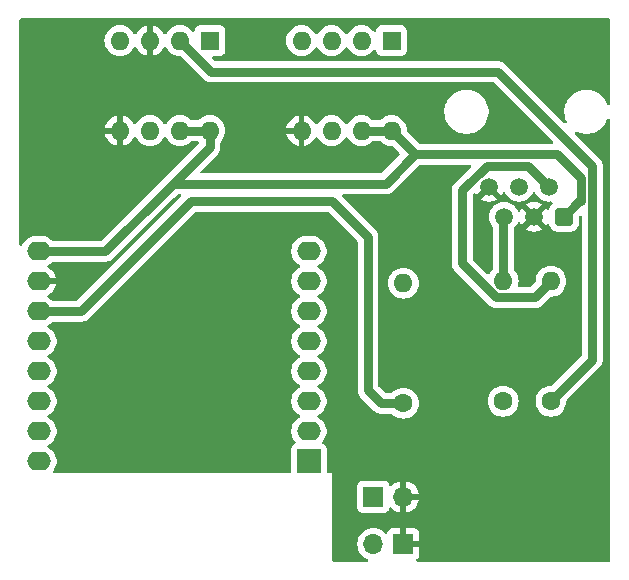
<source format=gbl>
G04 #@! TF.GenerationSoftware,KiCad,Pcbnew,8.0.5*
G04 #@! TF.CreationDate,2025-01-26T23:12:08+01:00*
G04 #@! TF.ProjectId,P1_Extender,50315f45-7874-4656-9e64-65722e6b6963,rev?*
G04 #@! TF.SameCoordinates,Original*
G04 #@! TF.FileFunction,Copper,L2,Bot*
G04 #@! TF.FilePolarity,Positive*
%FSLAX46Y46*%
G04 Gerber Fmt 4.6, Leading zero omitted, Abs format (unit mm)*
G04 Created by KiCad (PCBNEW 8.0.5) date 2025-01-26 23:12:08*
%MOMM*%
%LPD*%
G01*
G04 APERTURE LIST*
G04 Aperture macros list*
%AMRoundRect*
0 Rectangle with rounded corners*
0 $1 Rounding radius*
0 $2 $3 $4 $5 $6 $7 $8 $9 X,Y pos of 4 corners*
0 Add a 4 corners polygon primitive as box body*
4,1,4,$2,$3,$4,$5,$6,$7,$8,$9,$2,$3,0*
0 Add four circle primitives for the rounded corners*
1,1,$1+$1,$2,$3*
1,1,$1+$1,$4,$5*
1,1,$1+$1,$6,$7*
1,1,$1+$1,$8,$9*
0 Add four rect primitives between the rounded corners*
20,1,$1+$1,$2,$3,$4,$5,0*
20,1,$1+$1,$4,$5,$6,$7,0*
20,1,$1+$1,$6,$7,$8,$9,0*
20,1,$1+$1,$8,$9,$2,$3,0*%
G04 Aperture macros list end*
G04 #@! TA.AperFunction,ComponentPad*
%ADD10C,1.600000*%
G04 #@! TD*
G04 #@! TA.AperFunction,ComponentPad*
%ADD11O,1.600000X1.600000*%
G04 #@! TD*
G04 #@! TA.AperFunction,ComponentPad*
%ADD12R,1.600000X1.600000*%
G04 #@! TD*
G04 #@! TA.AperFunction,ComponentPad*
%ADD13R,1.700000X1.700000*%
G04 #@! TD*
G04 #@! TA.AperFunction,ComponentPad*
%ADD14O,1.700000X1.700000*%
G04 #@! TD*
G04 #@! TA.AperFunction,ComponentPad*
%ADD15R,2.000000X2.000000*%
G04 #@! TD*
G04 #@! TA.AperFunction,ComponentPad*
%ADD16O,2.000000X1.600000*%
G04 #@! TD*
G04 #@! TA.AperFunction,ComponentPad*
%ADD17RoundRect,0.250000X0.510000X0.510000X-0.510000X0.510000X-0.510000X-0.510000X0.510000X-0.510000X0*%
G04 #@! TD*
G04 #@! TA.AperFunction,ComponentPad*
%ADD18C,1.520000*%
G04 #@! TD*
G04 #@! TA.AperFunction,Conductor*
%ADD19C,0.762000*%
G04 #@! TD*
G04 APERTURE END LIST*
D10*
X147000000Y-105080000D03*
D11*
X147000000Y-94920000D03*
D10*
X159500000Y-104910000D03*
D11*
X159500000Y-94750000D03*
D12*
X146000000Y-74380000D03*
D11*
X143460000Y-74380000D03*
X140920000Y-74380000D03*
X138380000Y-74380000D03*
X138380000Y-82000000D03*
X140920000Y-82000000D03*
X143460000Y-82000000D03*
X146000000Y-82000000D03*
D13*
X144460000Y-113000000D03*
D14*
X147000000Y-113000000D03*
D10*
X155450000Y-104910000D03*
D11*
X155450000Y-94750000D03*
D15*
X139000000Y-110000000D03*
D16*
X139000000Y-107460000D03*
X139000000Y-104920000D03*
X139000000Y-102380000D03*
X139000000Y-99840000D03*
X139000000Y-97300000D03*
X139000000Y-94760000D03*
X139000000Y-92220000D03*
X116140000Y-92220000D03*
X116140000Y-94760000D03*
X116140000Y-97300000D03*
X116140000Y-99840000D03*
X116140000Y-102380000D03*
X116140000Y-104920000D03*
X116140000Y-107460000D03*
X116140000Y-110000000D03*
D12*
X130620000Y-74380000D03*
D11*
X128080000Y-74380000D03*
X125540000Y-74380000D03*
X123000000Y-74380000D03*
X123000000Y-82000000D03*
X125540000Y-82000000D03*
X128080000Y-82000000D03*
X130620000Y-82000000D03*
D17*
X160600000Y-89290000D03*
D18*
X159330000Y-86750000D03*
X158060000Y-89290000D03*
X156790000Y-86750000D03*
X155520000Y-89290000D03*
X154250000Y-86750000D03*
D13*
X147000000Y-117000000D03*
D14*
X144460000Y-117000000D03*
D19*
X152000000Y-93253029D02*
X152000000Y-87065539D01*
X159500000Y-94750000D02*
X158119000Y-96131000D01*
X154065539Y-85000000D02*
X157580000Y-85000000D01*
X154877971Y-96131000D02*
X152000000Y-93253029D01*
X158119000Y-96131000D02*
X154877971Y-96131000D01*
X152000000Y-87065539D02*
X154065539Y-85000000D01*
X157580000Y-85000000D02*
X159330000Y-86750000D01*
X155450000Y-94750000D02*
X155450000Y-89360000D01*
X155450000Y-89360000D02*
X155520000Y-89290000D01*
X143460000Y-82000000D02*
X146000000Y-82000000D01*
X130620000Y-83380000D02*
X130620000Y-82000000D01*
X146000000Y-82000000D02*
X148000000Y-84000000D01*
X116140000Y-92220000D02*
X121780000Y-92220000D01*
X130620000Y-82000000D02*
X128080000Y-82000000D01*
X145500000Y-86500000D02*
X148000000Y-84000000D01*
X162000000Y-86000000D02*
X162000000Y-88000000D01*
X148000000Y-84000000D02*
X160000000Y-84000000D01*
X121780000Y-92220000D02*
X127000000Y-87000000D01*
X162000000Y-88000000D02*
X161890000Y-88000000D01*
X127500000Y-86500000D02*
X145500000Y-86500000D01*
X127000000Y-87000000D02*
X127500000Y-86500000D01*
X161890000Y-88000000D02*
X160600000Y-89290000D01*
X127000000Y-87000000D02*
X130620000Y-83380000D01*
X160000000Y-84000000D02*
X162000000Y-86000000D01*
X119700000Y-97300000D02*
X129000000Y-88000000D01*
X129000000Y-88000000D02*
X141000000Y-88000000D01*
X145080000Y-105080000D02*
X147000000Y-105080000D01*
X144000000Y-104000000D02*
X145080000Y-105080000D01*
X116140000Y-97300000D02*
X119700000Y-97300000D01*
X141000000Y-88000000D02*
X144000000Y-91000000D01*
X144000000Y-91000000D02*
X144000000Y-104000000D01*
X163000000Y-85000000D02*
X163000000Y-101410000D01*
X155000000Y-77000000D02*
X163000000Y-85000000D01*
X130700000Y-77000000D02*
X155000000Y-77000000D01*
X128080000Y-74380000D02*
X130700000Y-77000000D01*
X163000000Y-101410000D02*
X159500000Y-104910000D01*
G04 #@! TA.AperFunction,Conductor*
G36*
X164438773Y-80990446D02*
G01*
X164486384Y-81041583D01*
X164499500Y-81097088D01*
X164499500Y-118375500D01*
X164479815Y-118442539D01*
X164427011Y-118488294D01*
X164375500Y-118499500D01*
X148189269Y-118499500D01*
X148122230Y-118479815D01*
X148076475Y-118427011D01*
X148066531Y-118357853D01*
X148095556Y-118294297D01*
X148114958Y-118276234D01*
X148207187Y-118207190D01*
X148207190Y-118207187D01*
X148293350Y-118092093D01*
X148293354Y-118092086D01*
X148343596Y-117957379D01*
X148343598Y-117957372D01*
X148349999Y-117897844D01*
X148350000Y-117897827D01*
X148350000Y-117250000D01*
X147433012Y-117250000D01*
X147465925Y-117192993D01*
X147500000Y-117065826D01*
X147500000Y-116934174D01*
X147465925Y-116807007D01*
X147433012Y-116750000D01*
X148350000Y-116750000D01*
X148350000Y-116102172D01*
X148349999Y-116102155D01*
X148343598Y-116042627D01*
X148343596Y-116042620D01*
X148293354Y-115907913D01*
X148293350Y-115907906D01*
X148207190Y-115792812D01*
X148207187Y-115792809D01*
X148092093Y-115706649D01*
X148092086Y-115706645D01*
X147957379Y-115656403D01*
X147957372Y-115656401D01*
X147897844Y-115650000D01*
X147250000Y-115650000D01*
X147250000Y-116566988D01*
X147192993Y-116534075D01*
X147065826Y-116500000D01*
X146934174Y-116500000D01*
X146807007Y-116534075D01*
X146750000Y-116566988D01*
X146750000Y-115650000D01*
X146102155Y-115650000D01*
X146042627Y-115656401D01*
X146042620Y-115656403D01*
X145907913Y-115706645D01*
X145907906Y-115706649D01*
X145792812Y-115792809D01*
X145792809Y-115792812D01*
X145706649Y-115907906D01*
X145706645Y-115907913D01*
X145657578Y-116039470D01*
X145615707Y-116095404D01*
X145550242Y-116119821D01*
X145481969Y-116104969D01*
X145453715Y-116083819D01*
X145409366Y-116039470D01*
X145331401Y-115961505D01*
X145331397Y-115961502D01*
X145331396Y-115961501D01*
X145137834Y-115825967D01*
X145137830Y-115825965D01*
X145066727Y-115792809D01*
X144923663Y-115726097D01*
X144923659Y-115726096D01*
X144923655Y-115726094D01*
X144695413Y-115664938D01*
X144695403Y-115664936D01*
X144460001Y-115644341D01*
X144459999Y-115644341D01*
X144224596Y-115664936D01*
X144224586Y-115664938D01*
X143996344Y-115726094D01*
X143996335Y-115726098D01*
X143782171Y-115825964D01*
X143782169Y-115825965D01*
X143588597Y-115961505D01*
X143421505Y-116128597D01*
X143285965Y-116322169D01*
X143285964Y-116322171D01*
X143186098Y-116536335D01*
X143186094Y-116536344D01*
X143124938Y-116764586D01*
X143124936Y-116764596D01*
X143104341Y-116999999D01*
X143104341Y-117000000D01*
X143124936Y-117235403D01*
X143124938Y-117235413D01*
X143186094Y-117463655D01*
X143186096Y-117463659D01*
X143186097Y-117463663D01*
X143285965Y-117677830D01*
X143285967Y-117677834D01*
X143394281Y-117832521D01*
X143421505Y-117871401D01*
X143588599Y-118038495D01*
X143665135Y-118092086D01*
X143782165Y-118174032D01*
X143782167Y-118174033D01*
X143782170Y-118174035D01*
X143973209Y-118263118D01*
X144025648Y-118309290D01*
X144044800Y-118376484D01*
X144024584Y-118443365D01*
X143971419Y-118488700D01*
X143920804Y-118499500D01*
X141124000Y-118499500D01*
X141056961Y-118479815D01*
X141011206Y-118427011D01*
X141000000Y-118375500D01*
X141000000Y-112102135D01*
X143109500Y-112102135D01*
X143109500Y-113897870D01*
X143109501Y-113897876D01*
X143115908Y-113957483D01*
X143166202Y-114092328D01*
X143166206Y-114092335D01*
X143252452Y-114207544D01*
X143252455Y-114207547D01*
X143367664Y-114293793D01*
X143367671Y-114293797D01*
X143502517Y-114344091D01*
X143502516Y-114344091D01*
X143509444Y-114344835D01*
X143562127Y-114350500D01*
X145357872Y-114350499D01*
X145417483Y-114344091D01*
X145552331Y-114293796D01*
X145667546Y-114207546D01*
X145753796Y-114092331D01*
X145803002Y-113960401D01*
X145844872Y-113904468D01*
X145910337Y-113880050D01*
X145978610Y-113894901D01*
X146006865Y-113916053D01*
X146128917Y-114038105D01*
X146322421Y-114173600D01*
X146536507Y-114273429D01*
X146536516Y-114273433D01*
X146750000Y-114330634D01*
X146750000Y-113433012D01*
X146807007Y-113465925D01*
X146934174Y-113500000D01*
X147065826Y-113500000D01*
X147192993Y-113465925D01*
X147250000Y-113433012D01*
X147250000Y-114330633D01*
X147463483Y-114273433D01*
X147463492Y-114273429D01*
X147677578Y-114173600D01*
X147871082Y-114038105D01*
X148038105Y-113871082D01*
X148173600Y-113677578D01*
X148273429Y-113463492D01*
X148273432Y-113463486D01*
X148330636Y-113250000D01*
X147433012Y-113250000D01*
X147465925Y-113192993D01*
X147500000Y-113065826D01*
X147500000Y-112934174D01*
X147465925Y-112807007D01*
X147433012Y-112750000D01*
X148330636Y-112750000D01*
X148330635Y-112749999D01*
X148273432Y-112536513D01*
X148273429Y-112536507D01*
X148173600Y-112322422D01*
X148173599Y-112322420D01*
X148038113Y-112128926D01*
X148038108Y-112128920D01*
X147871082Y-111961894D01*
X147677578Y-111826399D01*
X147463492Y-111726570D01*
X147463486Y-111726567D01*
X147250000Y-111669364D01*
X147250000Y-112566988D01*
X147192993Y-112534075D01*
X147065826Y-112500000D01*
X146934174Y-112500000D01*
X146807007Y-112534075D01*
X146750000Y-112566988D01*
X146750000Y-111669364D01*
X146749999Y-111669364D01*
X146536513Y-111726567D01*
X146536507Y-111726570D01*
X146322422Y-111826399D01*
X146322420Y-111826400D01*
X146128926Y-111961886D01*
X146006865Y-112083947D01*
X145945542Y-112117431D01*
X145875850Y-112112447D01*
X145819917Y-112070575D01*
X145803002Y-112039598D01*
X145753797Y-111907671D01*
X145753793Y-111907664D01*
X145667547Y-111792455D01*
X145667544Y-111792452D01*
X145552335Y-111706206D01*
X145552328Y-111706202D01*
X145417482Y-111655908D01*
X145417483Y-111655908D01*
X145357883Y-111649501D01*
X145357881Y-111649500D01*
X145357873Y-111649500D01*
X145357864Y-111649500D01*
X143562129Y-111649500D01*
X143562123Y-111649501D01*
X143502516Y-111655908D01*
X143367671Y-111706202D01*
X143367664Y-111706206D01*
X143252455Y-111792452D01*
X143252452Y-111792455D01*
X143166206Y-111907664D01*
X143166202Y-111907671D01*
X143115908Y-112042517D01*
X143109501Y-112102116D01*
X143109500Y-112102135D01*
X141000000Y-112102135D01*
X141000000Y-111000000D01*
X140624500Y-111000000D01*
X140557461Y-110980315D01*
X140511706Y-110927511D01*
X140500500Y-110876000D01*
X140500499Y-108952129D01*
X140500498Y-108952123D01*
X140500497Y-108952116D01*
X140494091Y-108892517D01*
X140492299Y-108887713D01*
X140443797Y-108757671D01*
X140443793Y-108757664D01*
X140357547Y-108642455D01*
X140357544Y-108642452D01*
X140242335Y-108556206D01*
X140242330Y-108556203D01*
X140205083Y-108542311D01*
X140149150Y-108500439D01*
X140124733Y-108434975D01*
X140139585Y-108366702D01*
X140160731Y-108338453D01*
X140191966Y-108307219D01*
X140312287Y-108141610D01*
X140405220Y-107959219D01*
X140468477Y-107764534D01*
X140500500Y-107562352D01*
X140500500Y-107357648D01*
X140468477Y-107155466D01*
X140405220Y-106960781D01*
X140405218Y-106960778D01*
X140405218Y-106960776D01*
X140371503Y-106894607D01*
X140312287Y-106778390D01*
X140304556Y-106767749D01*
X140191971Y-106612786D01*
X140047213Y-106468028D01*
X139881614Y-106347715D01*
X139875006Y-106344348D01*
X139788917Y-106300483D01*
X139738123Y-106252511D01*
X139721328Y-106184690D01*
X139743865Y-106118555D01*
X139788917Y-106079516D01*
X139881610Y-106032287D01*
X139929052Y-105997819D01*
X140047213Y-105911971D01*
X140047215Y-105911968D01*
X140047219Y-105911966D01*
X140191966Y-105767219D01*
X140191968Y-105767215D01*
X140191971Y-105767213D01*
X140282998Y-105641923D01*
X140312287Y-105601610D01*
X140405220Y-105419219D01*
X140468477Y-105224534D01*
X140500500Y-105022352D01*
X140500500Y-104817648D01*
X140468477Y-104615466D01*
X140405220Y-104420781D01*
X140405218Y-104420778D01*
X140405218Y-104420776D01*
X140321905Y-104257267D01*
X140312287Y-104238390D01*
X140304556Y-104227749D01*
X140191971Y-104072786D01*
X140047213Y-103928028D01*
X139881614Y-103807715D01*
X139826105Y-103779432D01*
X139788917Y-103760483D01*
X139738123Y-103712511D01*
X139721328Y-103644690D01*
X139743865Y-103578555D01*
X139788917Y-103539516D01*
X139881610Y-103492287D01*
X139902770Y-103476913D01*
X140047213Y-103371971D01*
X140047215Y-103371968D01*
X140047219Y-103371966D01*
X140191966Y-103227219D01*
X140191968Y-103227215D01*
X140191971Y-103227213D01*
X140244732Y-103154590D01*
X140312287Y-103061610D01*
X140405220Y-102879219D01*
X140468477Y-102684534D01*
X140500500Y-102482352D01*
X140500500Y-102277648D01*
X140468477Y-102075466D01*
X140405220Y-101880781D01*
X140405218Y-101880778D01*
X140405218Y-101880776D01*
X140371503Y-101814607D01*
X140312287Y-101698390D01*
X140289567Y-101667118D01*
X140191971Y-101532786D01*
X140047213Y-101388028D01*
X139881614Y-101267715D01*
X139875006Y-101264348D01*
X139788917Y-101220483D01*
X139738123Y-101172511D01*
X139721328Y-101104690D01*
X139743865Y-101038555D01*
X139788917Y-100999516D01*
X139881610Y-100952287D01*
X139902770Y-100936913D01*
X140047213Y-100831971D01*
X140047215Y-100831968D01*
X140047219Y-100831966D01*
X140191966Y-100687219D01*
X140191968Y-100687215D01*
X140191971Y-100687213D01*
X140244732Y-100614590D01*
X140312287Y-100521610D01*
X140405220Y-100339219D01*
X140468477Y-100144534D01*
X140500500Y-99942352D01*
X140500500Y-99737648D01*
X140468477Y-99535466D01*
X140405220Y-99340781D01*
X140405218Y-99340778D01*
X140405218Y-99340776D01*
X140371503Y-99274607D01*
X140312287Y-99158390D01*
X140304556Y-99147749D01*
X140191971Y-98992786D01*
X140047213Y-98848028D01*
X139881614Y-98727715D01*
X139875006Y-98724348D01*
X139788917Y-98680483D01*
X139738123Y-98632511D01*
X139721328Y-98564690D01*
X139743865Y-98498555D01*
X139788917Y-98459516D01*
X139881610Y-98412287D01*
X139902770Y-98396913D01*
X140047213Y-98291971D01*
X140047215Y-98291968D01*
X140047219Y-98291966D01*
X140191966Y-98147219D01*
X140191968Y-98147215D01*
X140191971Y-98147213D01*
X140244732Y-98074590D01*
X140312287Y-97981610D01*
X140405220Y-97799219D01*
X140468477Y-97604534D01*
X140500500Y-97402352D01*
X140500500Y-97197648D01*
X140468477Y-96995466D01*
X140463005Y-96978626D01*
X140427051Y-96867969D01*
X140405220Y-96800781D01*
X140405218Y-96800778D01*
X140405218Y-96800776D01*
X140371503Y-96734607D01*
X140312287Y-96618390D01*
X140304556Y-96607749D01*
X140191971Y-96452786D01*
X140047213Y-96308028D01*
X139881614Y-96187715D01*
X139875006Y-96184348D01*
X139788917Y-96140483D01*
X139738123Y-96092511D01*
X139721328Y-96024690D01*
X139743865Y-95958555D01*
X139788917Y-95919516D01*
X139881610Y-95872287D01*
X139902770Y-95856913D01*
X140047213Y-95751971D01*
X140047215Y-95751968D01*
X140047219Y-95751966D01*
X140191966Y-95607219D01*
X140191968Y-95607215D01*
X140191971Y-95607213D01*
X140244732Y-95534590D01*
X140312287Y-95441610D01*
X140405220Y-95259219D01*
X140468477Y-95064534D01*
X140500500Y-94862352D01*
X140500500Y-94657648D01*
X140478889Y-94521206D01*
X140468477Y-94455465D01*
X140419104Y-94303511D01*
X140405220Y-94260781D01*
X140405218Y-94260778D01*
X140405218Y-94260776D01*
X140346286Y-94145117D01*
X140312287Y-94078390D01*
X140304556Y-94067749D01*
X140191971Y-93912786D01*
X140047213Y-93768028D01*
X139881614Y-93647715D01*
X139826105Y-93619432D01*
X139788917Y-93600483D01*
X139738123Y-93552511D01*
X139721328Y-93484690D01*
X139743865Y-93418555D01*
X139788917Y-93379516D01*
X139881610Y-93332287D01*
X139902770Y-93316913D01*
X140047213Y-93211971D01*
X140047215Y-93211968D01*
X140047219Y-93211966D01*
X140191966Y-93067219D01*
X140191968Y-93067215D01*
X140191971Y-93067213D01*
X140295861Y-92924218D01*
X140312287Y-92901610D01*
X140405220Y-92719219D01*
X140468477Y-92524534D01*
X140500500Y-92322352D01*
X140500500Y-92117648D01*
X140468477Y-91915466D01*
X140405220Y-91720781D01*
X140405218Y-91720778D01*
X140405218Y-91720776D01*
X140371503Y-91654607D01*
X140312287Y-91538390D01*
X140304556Y-91527749D01*
X140191971Y-91372786D01*
X140047213Y-91228028D01*
X139881613Y-91107715D01*
X139881612Y-91107714D01*
X139881610Y-91107713D01*
X139824653Y-91078691D01*
X139699223Y-91014781D01*
X139504534Y-90951522D01*
X139329995Y-90923878D01*
X139302352Y-90919500D01*
X138697648Y-90919500D01*
X138673329Y-90923351D01*
X138495465Y-90951522D01*
X138300776Y-91014781D01*
X138118386Y-91107715D01*
X137952786Y-91228028D01*
X137808028Y-91372786D01*
X137687715Y-91538386D01*
X137594781Y-91720776D01*
X137531522Y-91915465D01*
X137499500Y-92117648D01*
X137499500Y-92322351D01*
X137531522Y-92524534D01*
X137594781Y-92719223D01*
X137687715Y-92901613D01*
X137808028Y-93067213D01*
X137952786Y-93211971D01*
X138107749Y-93324556D01*
X138118390Y-93332287D01*
X138209840Y-93378883D01*
X138211080Y-93379515D01*
X138261876Y-93427490D01*
X138278671Y-93495311D01*
X138256134Y-93561446D01*
X138211080Y-93600485D01*
X138118386Y-93647715D01*
X137952786Y-93768028D01*
X137808028Y-93912786D01*
X137687715Y-94078386D01*
X137594781Y-94260776D01*
X137531522Y-94455465D01*
X137499500Y-94657648D01*
X137499500Y-94862351D01*
X137531522Y-95064534D01*
X137594781Y-95259223D01*
X137687715Y-95441613D01*
X137808028Y-95607213D01*
X137952786Y-95751971D01*
X138107749Y-95864556D01*
X138118390Y-95872287D01*
X138209840Y-95918883D01*
X138211080Y-95919515D01*
X138261876Y-95967490D01*
X138278671Y-96035311D01*
X138256134Y-96101446D01*
X138211080Y-96140485D01*
X138118386Y-96187715D01*
X137952786Y-96308028D01*
X137808028Y-96452786D01*
X137687715Y-96618386D01*
X137594781Y-96800776D01*
X137531522Y-96995465D01*
X137499500Y-97197648D01*
X137499500Y-97402351D01*
X137531522Y-97604534D01*
X137594781Y-97799223D01*
X137687715Y-97981613D01*
X137808028Y-98147213D01*
X137952786Y-98291971D01*
X138107749Y-98404556D01*
X138118390Y-98412287D01*
X138209840Y-98458883D01*
X138211080Y-98459515D01*
X138261876Y-98507490D01*
X138278671Y-98575311D01*
X138256134Y-98641446D01*
X138211080Y-98680485D01*
X138118386Y-98727715D01*
X137952786Y-98848028D01*
X137808028Y-98992786D01*
X137687715Y-99158386D01*
X137594781Y-99340776D01*
X137531522Y-99535465D01*
X137499500Y-99737648D01*
X137499500Y-99942351D01*
X137531522Y-100144534D01*
X137594781Y-100339223D01*
X137687715Y-100521613D01*
X137808028Y-100687213D01*
X137952786Y-100831971D01*
X138107749Y-100944556D01*
X138118390Y-100952287D01*
X138199289Y-100993507D01*
X138211080Y-100999515D01*
X138261876Y-101047490D01*
X138278671Y-101115311D01*
X138256134Y-101181446D01*
X138211080Y-101220485D01*
X138118386Y-101267715D01*
X137952786Y-101388028D01*
X137808028Y-101532786D01*
X137687715Y-101698386D01*
X137594781Y-101880776D01*
X137531522Y-102075465D01*
X137499500Y-102277648D01*
X137499500Y-102482351D01*
X137531522Y-102684534D01*
X137594781Y-102879223D01*
X137687715Y-103061613D01*
X137808028Y-103227213D01*
X137952786Y-103371971D01*
X138107749Y-103484556D01*
X138118390Y-103492287D01*
X138209840Y-103538883D01*
X138211080Y-103539515D01*
X138261876Y-103587490D01*
X138278671Y-103655311D01*
X138256134Y-103721446D01*
X138211080Y-103760485D01*
X138118386Y-103807715D01*
X137952786Y-103928028D01*
X137808028Y-104072786D01*
X137687715Y-104238386D01*
X137594781Y-104420776D01*
X137531522Y-104615465D01*
X137499500Y-104817648D01*
X137499500Y-105022351D01*
X137531522Y-105224534D01*
X137594781Y-105419223D01*
X137687715Y-105601613D01*
X137808028Y-105767213D01*
X137952786Y-105911971D01*
X138070948Y-105997819D01*
X138118390Y-106032287D01*
X138209840Y-106078883D01*
X138211080Y-106079515D01*
X138261876Y-106127490D01*
X138278671Y-106195311D01*
X138256134Y-106261446D01*
X138211080Y-106300485D01*
X138118386Y-106347715D01*
X137952786Y-106468028D01*
X137808028Y-106612786D01*
X137687715Y-106778386D01*
X137594781Y-106960776D01*
X137531522Y-107155465D01*
X137499500Y-107357648D01*
X137499500Y-107562351D01*
X137531522Y-107764534D01*
X137594781Y-107959223D01*
X137687715Y-108141613D01*
X137808028Y-108307213D01*
X137839263Y-108338448D01*
X137872748Y-108399771D01*
X137867764Y-108469463D01*
X137825892Y-108525396D01*
X137794917Y-108542310D01*
X137757673Y-108556201D01*
X137757664Y-108556206D01*
X137642455Y-108642452D01*
X137642452Y-108642455D01*
X137556206Y-108757664D01*
X137556202Y-108757671D01*
X137505908Y-108892517D01*
X137499501Y-108952116D01*
X137499501Y-108952123D01*
X137499500Y-108952135D01*
X137499501Y-110876000D01*
X137479816Y-110943039D01*
X137427013Y-110988794D01*
X137375501Y-111000000D01*
X117464328Y-111000000D01*
X117397289Y-110980315D01*
X117351534Y-110927511D01*
X117341590Y-110858353D01*
X117364010Y-110803115D01*
X117408397Y-110742019D01*
X117452287Y-110681610D01*
X117545220Y-110499219D01*
X117608477Y-110304534D01*
X117640500Y-110102352D01*
X117640500Y-109897648D01*
X117608477Y-109695466D01*
X117545220Y-109500781D01*
X117545218Y-109500778D01*
X117545218Y-109500776D01*
X117511503Y-109434607D01*
X117452287Y-109318390D01*
X117444556Y-109307749D01*
X117331971Y-109152786D01*
X117187213Y-109008028D01*
X117021614Y-108887715D01*
X117015006Y-108884348D01*
X116928917Y-108840483D01*
X116878123Y-108792511D01*
X116861328Y-108724690D01*
X116883865Y-108658555D01*
X116928917Y-108619516D01*
X117021610Y-108572287D01*
X117062870Y-108542310D01*
X117187213Y-108451971D01*
X117187215Y-108451968D01*
X117187219Y-108451966D01*
X117331966Y-108307219D01*
X117331968Y-108307215D01*
X117331971Y-108307213D01*
X117384732Y-108234590D01*
X117452287Y-108141610D01*
X117545220Y-107959219D01*
X117608477Y-107764534D01*
X117640500Y-107562352D01*
X117640500Y-107357648D01*
X117608477Y-107155466D01*
X117545220Y-106960781D01*
X117545218Y-106960778D01*
X117545218Y-106960776D01*
X117511503Y-106894607D01*
X117452287Y-106778390D01*
X117444556Y-106767749D01*
X117331971Y-106612786D01*
X117187213Y-106468028D01*
X117021614Y-106347715D01*
X117015006Y-106344348D01*
X116928917Y-106300483D01*
X116878123Y-106252511D01*
X116861328Y-106184690D01*
X116883865Y-106118555D01*
X116928917Y-106079516D01*
X117021610Y-106032287D01*
X117069052Y-105997819D01*
X117187213Y-105911971D01*
X117187215Y-105911968D01*
X117187219Y-105911966D01*
X117331966Y-105767219D01*
X117331968Y-105767215D01*
X117331971Y-105767213D01*
X117422998Y-105641923D01*
X117452287Y-105601610D01*
X117545220Y-105419219D01*
X117608477Y-105224534D01*
X117640500Y-105022352D01*
X117640500Y-104817648D01*
X117608477Y-104615466D01*
X117545220Y-104420781D01*
X117545218Y-104420778D01*
X117545218Y-104420776D01*
X117461905Y-104257267D01*
X117452287Y-104238390D01*
X117444556Y-104227749D01*
X117331971Y-104072786D01*
X117187213Y-103928028D01*
X117021614Y-103807715D01*
X116966105Y-103779432D01*
X116928917Y-103760483D01*
X116878123Y-103712511D01*
X116861328Y-103644690D01*
X116883865Y-103578555D01*
X116928917Y-103539516D01*
X117021610Y-103492287D01*
X117042770Y-103476913D01*
X117187213Y-103371971D01*
X117187215Y-103371968D01*
X117187219Y-103371966D01*
X117331966Y-103227219D01*
X117331968Y-103227215D01*
X117331971Y-103227213D01*
X117384732Y-103154590D01*
X117452287Y-103061610D01*
X117545220Y-102879219D01*
X117608477Y-102684534D01*
X117640500Y-102482352D01*
X117640500Y-102277648D01*
X117608477Y-102075466D01*
X117545220Y-101880781D01*
X117545218Y-101880778D01*
X117545218Y-101880776D01*
X117511503Y-101814607D01*
X117452287Y-101698390D01*
X117429567Y-101667118D01*
X117331971Y-101532786D01*
X117187213Y-101388028D01*
X117021614Y-101267715D01*
X117015006Y-101264348D01*
X116928917Y-101220483D01*
X116878123Y-101172511D01*
X116861328Y-101104690D01*
X116883865Y-101038555D01*
X116928917Y-100999516D01*
X117021610Y-100952287D01*
X117042770Y-100936913D01*
X117187213Y-100831971D01*
X117187215Y-100831968D01*
X117187219Y-100831966D01*
X117331966Y-100687219D01*
X117331968Y-100687215D01*
X117331971Y-100687213D01*
X117384732Y-100614590D01*
X117452287Y-100521610D01*
X117545220Y-100339219D01*
X117608477Y-100144534D01*
X117640500Y-99942352D01*
X117640500Y-99737648D01*
X117608477Y-99535466D01*
X117545220Y-99340781D01*
X117545218Y-99340778D01*
X117545218Y-99340776D01*
X117511503Y-99274607D01*
X117452287Y-99158390D01*
X117444556Y-99147749D01*
X117331971Y-98992786D01*
X117187213Y-98848028D01*
X117021614Y-98727715D01*
X117015006Y-98724348D01*
X116928917Y-98680483D01*
X116878123Y-98632511D01*
X116861328Y-98564690D01*
X116883865Y-98498555D01*
X116928917Y-98459516D01*
X117021610Y-98412287D01*
X117042770Y-98396913D01*
X117187213Y-98291971D01*
X117187215Y-98291968D01*
X117187219Y-98291966D01*
X117261366Y-98217819D01*
X117322689Y-98184334D01*
X117349047Y-98181500D01*
X119786823Y-98181500D01*
X119901393Y-98158709D01*
X119957124Y-98147624D01*
X120037335Y-98114399D01*
X120117543Y-98081177D01*
X120117544Y-98081176D01*
X120117547Y-98081175D01*
X120261924Y-97984706D01*
X129328811Y-88917819D01*
X129390134Y-88884334D01*
X129416492Y-88881500D01*
X140583508Y-88881500D01*
X140650547Y-88901185D01*
X140671189Y-88917819D01*
X143082181Y-91328810D01*
X143115666Y-91390133D01*
X143118500Y-91416491D01*
X143118500Y-103913179D01*
X143118500Y-104086821D01*
X143118500Y-104086823D01*
X143118499Y-104086823D01*
X143152374Y-104257118D01*
X143152377Y-104257128D01*
X143218822Y-104417543D01*
X143315295Y-104561926D01*
X143315296Y-104561927D01*
X144395294Y-105641923D01*
X144486103Y-105732732D01*
X144518078Y-105764707D01*
X144662448Y-105861172D01*
X144662449Y-105861172D01*
X144662453Y-105861175D01*
X144703104Y-105878013D01*
X144822876Y-105927625D01*
X144993175Y-105961499D01*
X144993179Y-105961500D01*
X144993180Y-105961500D01*
X145166821Y-105961500D01*
X145990952Y-105961500D01*
X146057991Y-105981185D01*
X146078628Y-105997814D01*
X146121381Y-106040567D01*
X146160862Y-106080048D01*
X146225375Y-106125220D01*
X146347266Y-106210568D01*
X146553504Y-106306739D01*
X146773308Y-106365635D01*
X146935230Y-106379801D01*
X146999998Y-106385468D01*
X147000000Y-106385468D01*
X147000002Y-106385468D01*
X147056673Y-106380509D01*
X147226692Y-106365635D01*
X147446496Y-106306739D01*
X147652734Y-106210568D01*
X147839139Y-106080047D01*
X148000047Y-105919139D01*
X148130568Y-105732734D01*
X148226739Y-105526496D01*
X148285635Y-105306692D01*
X148305468Y-105080000D01*
X148290595Y-104909998D01*
X154144532Y-104909998D01*
X154144532Y-104910001D01*
X154164364Y-105136686D01*
X154164366Y-105136697D01*
X154223258Y-105356488D01*
X154223261Y-105356497D01*
X154319431Y-105562732D01*
X154319432Y-105562734D01*
X154449954Y-105749141D01*
X154610858Y-105910045D01*
X154610861Y-105910047D01*
X154797266Y-106040568D01*
X155003504Y-106136739D01*
X155223308Y-106195635D01*
X155385230Y-106209801D01*
X155449998Y-106215468D01*
X155450000Y-106215468D01*
X155450002Y-106215468D01*
X155506673Y-106210509D01*
X155676692Y-106195635D01*
X155896496Y-106136739D01*
X156102734Y-106040568D01*
X156289139Y-105910047D01*
X156450047Y-105749139D01*
X156580568Y-105562734D01*
X156676739Y-105356496D01*
X156735635Y-105136692D01*
X156755468Y-104910000D01*
X156735635Y-104683308D01*
X156676739Y-104463504D01*
X156580568Y-104257266D01*
X156450047Y-104070861D01*
X156450045Y-104070858D01*
X156289141Y-103909954D01*
X156102734Y-103779432D01*
X156102732Y-103779431D01*
X155896497Y-103683261D01*
X155896488Y-103683258D01*
X155676697Y-103624366D01*
X155676693Y-103624365D01*
X155676692Y-103624365D01*
X155676691Y-103624364D01*
X155676686Y-103624364D01*
X155450002Y-103604532D01*
X155449998Y-103604532D01*
X155223313Y-103624364D01*
X155223302Y-103624366D01*
X155003511Y-103683258D01*
X155003502Y-103683261D01*
X154797267Y-103779431D01*
X154797265Y-103779432D01*
X154610858Y-103909954D01*
X154449954Y-104070858D01*
X154319432Y-104257265D01*
X154319431Y-104257267D01*
X154223261Y-104463502D01*
X154223258Y-104463511D01*
X154164366Y-104683302D01*
X154164364Y-104683313D01*
X154144532Y-104909998D01*
X148290595Y-104909998D01*
X148285635Y-104853308D01*
X148226739Y-104633504D01*
X148130568Y-104427266D01*
X148000047Y-104240861D01*
X148000045Y-104240858D01*
X147839141Y-104079954D01*
X147652734Y-103949432D01*
X147652732Y-103949431D01*
X147446497Y-103853261D01*
X147446488Y-103853258D01*
X147226697Y-103794366D01*
X147226693Y-103794365D01*
X147226692Y-103794365D01*
X147226691Y-103794364D01*
X147226686Y-103794364D01*
X147000002Y-103774532D01*
X146999998Y-103774532D01*
X146773313Y-103794364D01*
X146773302Y-103794366D01*
X146553511Y-103853258D01*
X146553502Y-103853261D01*
X146347267Y-103949431D01*
X146347265Y-103949432D01*
X146160862Y-104079951D01*
X146119748Y-104121066D01*
X146078631Y-104162182D01*
X146017311Y-104195666D01*
X145990952Y-104198500D01*
X145496491Y-104198500D01*
X145429452Y-104178815D01*
X145408810Y-104162181D01*
X144917819Y-103671189D01*
X144884334Y-103609866D01*
X144881500Y-103583508D01*
X144881500Y-94919998D01*
X145694532Y-94919998D01*
X145694532Y-94920001D01*
X145714364Y-95146686D01*
X145714366Y-95146697D01*
X145773258Y-95366488D01*
X145773261Y-95366497D01*
X145869431Y-95572732D01*
X145869432Y-95572734D01*
X145999954Y-95759141D01*
X146160858Y-95920045D01*
X146160861Y-95920047D01*
X146347266Y-96050568D01*
X146553504Y-96146739D01*
X146773308Y-96205635D01*
X146935230Y-96219801D01*
X146999998Y-96225468D01*
X147000000Y-96225468D01*
X147000002Y-96225468D01*
X147056673Y-96220509D01*
X147226692Y-96205635D01*
X147446496Y-96146739D01*
X147652734Y-96050568D01*
X147839139Y-95920047D01*
X148000047Y-95759139D01*
X148130568Y-95572734D01*
X148226739Y-95366496D01*
X148285635Y-95146692D01*
X148305468Y-94920000D01*
X148285635Y-94693308D01*
X148226739Y-94473504D01*
X148130568Y-94267266D01*
X148000047Y-94080861D01*
X148000045Y-94080858D01*
X147839141Y-93919954D01*
X147652734Y-93789432D01*
X147652732Y-93789431D01*
X147446497Y-93693261D01*
X147446488Y-93693258D01*
X147226697Y-93634366D01*
X147226693Y-93634365D01*
X147226692Y-93634365D01*
X147226691Y-93634364D01*
X147226686Y-93634364D01*
X147000002Y-93614532D01*
X146999998Y-93614532D01*
X146773313Y-93634364D01*
X146773302Y-93634366D01*
X146553511Y-93693258D01*
X146553502Y-93693261D01*
X146347267Y-93789431D01*
X146347265Y-93789432D01*
X146160858Y-93919954D01*
X145999954Y-94080858D01*
X145869432Y-94267265D01*
X145869431Y-94267267D01*
X145773261Y-94473502D01*
X145773258Y-94473511D01*
X145714366Y-94693302D01*
X145714364Y-94693313D01*
X145694532Y-94919998D01*
X144881500Y-94919998D01*
X144881500Y-90913179D01*
X144881499Y-90913175D01*
X144847626Y-90742883D01*
X144847625Y-90742876D01*
X144783499Y-90588065D01*
X144781856Y-90583473D01*
X144781175Y-90582453D01*
X144684706Y-90438077D01*
X144561923Y-90315294D01*
X143232553Y-88985924D01*
X141839811Y-87593181D01*
X141806326Y-87531858D01*
X141811310Y-87462166D01*
X141853182Y-87406233D01*
X141918646Y-87381816D01*
X141927492Y-87381500D01*
X145586823Y-87381500D01*
X145724532Y-87354107D01*
X145757124Y-87347624D01*
X145837335Y-87314399D01*
X145917543Y-87281177D01*
X145917544Y-87281176D01*
X145917547Y-87281175D01*
X146061924Y-87184706D01*
X148328811Y-84917819D01*
X148390134Y-84884334D01*
X148416492Y-84881500D01*
X152638048Y-84881500D01*
X152705087Y-84901185D01*
X152750842Y-84953989D01*
X152760786Y-85023147D01*
X152731761Y-85086703D01*
X152725729Y-85093181D01*
X151315298Y-86503609D01*
X151315292Y-86503616D01*
X151259699Y-86586819D01*
X151259699Y-86586820D01*
X151248671Y-86603325D01*
X151218825Y-86647991D01*
X151218821Y-86647998D01*
X151152377Y-86808410D01*
X151152374Y-86808420D01*
X151118500Y-86978716D01*
X151118500Y-86978719D01*
X151118500Y-93166208D01*
X151118500Y-93339850D01*
X151118500Y-93339852D01*
X151118499Y-93339852D01*
X151152374Y-93510147D01*
X151152377Y-93510157D01*
X151218822Y-93670572D01*
X151315295Y-93814955D01*
X151315296Y-93814956D01*
X154193265Y-96692923D01*
X154291058Y-96790716D01*
X154316049Y-96815707D01*
X154394265Y-96867969D01*
X154460424Y-96912175D01*
X154507409Y-96931636D01*
X154507410Y-96931637D01*
X154554398Y-96951100D01*
X154620847Y-96978625D01*
X154791146Y-97012499D01*
X154791150Y-97012500D01*
X154791151Y-97012500D01*
X158205823Y-97012500D01*
X158320393Y-96989709D01*
X158376124Y-96978624D01*
X158456335Y-96945399D01*
X158536543Y-96912177D01*
X158536544Y-96912176D01*
X158536547Y-96912175D01*
X158680924Y-96815706D01*
X159405008Y-96091620D01*
X159466331Y-96058136D01*
X159494585Y-96056341D01*
X159494585Y-96055468D01*
X159500002Y-96055468D01*
X159556673Y-96050509D01*
X159726692Y-96035635D01*
X159946496Y-95976739D01*
X160152734Y-95880568D01*
X160339139Y-95750047D01*
X160500047Y-95589139D01*
X160630568Y-95402734D01*
X160726739Y-95196496D01*
X160785635Y-94976692D01*
X160805468Y-94750000D01*
X160785635Y-94523308D01*
X160726739Y-94303504D01*
X160630568Y-94097266D01*
X160500047Y-93910861D01*
X160500045Y-93910858D01*
X160339141Y-93749954D01*
X160152734Y-93619432D01*
X160152732Y-93619431D01*
X159946497Y-93523261D01*
X159946488Y-93523258D01*
X159726697Y-93464366D01*
X159726693Y-93464365D01*
X159726692Y-93464365D01*
X159726691Y-93464364D01*
X159726686Y-93464364D01*
X159500002Y-93444532D01*
X159499998Y-93444532D01*
X159273313Y-93464364D01*
X159273302Y-93464366D01*
X159053511Y-93523258D01*
X159053502Y-93523261D01*
X158847267Y-93619431D01*
X158847265Y-93619432D01*
X158660858Y-93749954D01*
X158499954Y-93910858D01*
X158369432Y-94097265D01*
X158369431Y-94097267D01*
X158273261Y-94303502D01*
X158273258Y-94303511D01*
X158214366Y-94523302D01*
X158214364Y-94523313D01*
X158194532Y-94749998D01*
X158194532Y-94755413D01*
X158192446Y-94755413D01*
X158180432Y-94815052D01*
X158158378Y-94844990D01*
X157790189Y-95213181D01*
X157728866Y-95246666D01*
X157702508Y-95249500D01*
X156824137Y-95249500D01*
X156757098Y-95229815D01*
X156711343Y-95177011D01*
X156701399Y-95107853D01*
X156704362Y-95093407D01*
X156726710Y-95010000D01*
X156735635Y-94976692D01*
X156755468Y-94750000D01*
X156735635Y-94523308D01*
X156676739Y-94303504D01*
X156580568Y-94097266D01*
X156450047Y-93910861D01*
X156450045Y-93910858D01*
X156367819Y-93828632D01*
X156334334Y-93767309D01*
X156331500Y-93740951D01*
X156331500Y-90312480D01*
X156351185Y-90245441D01*
X156367819Y-90224799D01*
X156489287Y-90103330D01*
X156489288Y-90103329D01*
X156615795Y-89922658D01*
X156677895Y-89789481D01*
X156724064Y-89737047D01*
X156791258Y-89717894D01*
X156858139Y-89738109D01*
X156902657Y-89789485D01*
X156964638Y-89922402D01*
X157009694Y-89986750D01*
X157680000Y-89316445D01*
X157680000Y-89340028D01*
X157705896Y-89436675D01*
X157755924Y-89523325D01*
X157826675Y-89594076D01*
X157913325Y-89644104D01*
X158009972Y-89670000D01*
X158033553Y-89670000D01*
X157363247Y-90340304D01*
X157427593Y-90385359D01*
X157627406Y-90478533D01*
X157627412Y-90478536D01*
X157840365Y-90535597D01*
X157840373Y-90535598D01*
X158059998Y-90554813D01*
X158060002Y-90554813D01*
X158279626Y-90535598D01*
X158279634Y-90535597D01*
X158492587Y-90478536D01*
X158492598Y-90478532D01*
X158692402Y-90385362D01*
X158692410Y-90385358D01*
X158756751Y-90340305D01*
X158756751Y-90340304D01*
X158086448Y-89670000D01*
X158110028Y-89670000D01*
X158206675Y-89644104D01*
X158293325Y-89594076D01*
X158364076Y-89523325D01*
X158414104Y-89436675D01*
X158440000Y-89340028D01*
X158440000Y-89316446D01*
X159110304Y-89986750D01*
X159139023Y-89945737D01*
X159193600Y-89902112D01*
X159263098Y-89894918D01*
X159325453Y-89926441D01*
X159358304Y-89977855D01*
X159405186Y-90119334D01*
X159497288Y-90268656D01*
X159621344Y-90392712D01*
X159770666Y-90484814D01*
X159937203Y-90539999D01*
X160039991Y-90550500D01*
X161160008Y-90550499D01*
X161262797Y-90539999D01*
X161429334Y-90484814D01*
X161578656Y-90392712D01*
X161702712Y-90268656D01*
X161794814Y-90119334D01*
X161849999Y-89952797D01*
X161860500Y-89850009D01*
X161860499Y-89327490D01*
X161880183Y-89260452D01*
X161896813Y-89239815D01*
X161906825Y-89229803D01*
X161968148Y-89196323D01*
X162037839Y-89201311D01*
X162093771Y-89243186D01*
X162118185Y-89308651D01*
X162118500Y-89317491D01*
X162118500Y-100993507D01*
X162098815Y-101060546D01*
X162082181Y-101081188D01*
X159594990Y-103568378D01*
X159533667Y-103601863D01*
X159505413Y-103603665D01*
X159505413Y-103604532D01*
X159499998Y-103604532D01*
X159273313Y-103624364D01*
X159273302Y-103624366D01*
X159053511Y-103683258D01*
X159053502Y-103683261D01*
X158847267Y-103779431D01*
X158847265Y-103779432D01*
X158660858Y-103909954D01*
X158499954Y-104070858D01*
X158369432Y-104257265D01*
X158369431Y-104257267D01*
X158273261Y-104463502D01*
X158273258Y-104463511D01*
X158214366Y-104683302D01*
X158214364Y-104683313D01*
X158194532Y-104909998D01*
X158194532Y-104910001D01*
X158214364Y-105136686D01*
X158214366Y-105136697D01*
X158273258Y-105356488D01*
X158273261Y-105356497D01*
X158369431Y-105562732D01*
X158369432Y-105562734D01*
X158499954Y-105749141D01*
X158660858Y-105910045D01*
X158660861Y-105910047D01*
X158847266Y-106040568D01*
X159053504Y-106136739D01*
X159273308Y-106195635D01*
X159435230Y-106209801D01*
X159499998Y-106215468D01*
X159500000Y-106215468D01*
X159500002Y-106215468D01*
X159556673Y-106210509D01*
X159726692Y-106195635D01*
X159946496Y-106136739D01*
X160152734Y-106040568D01*
X160339139Y-105910047D01*
X160500047Y-105749139D01*
X160630568Y-105562734D01*
X160726739Y-105356496D01*
X160785635Y-105136692D01*
X160805468Y-104910000D01*
X160805468Y-104909998D01*
X160805468Y-104904585D01*
X160807565Y-104904585D01*
X160819540Y-104844997D01*
X160841618Y-104815010D01*
X163684705Y-101971924D01*
X163684706Y-101971923D01*
X163781175Y-101827547D01*
X163847624Y-101667124D01*
X163881500Y-101496820D01*
X163881500Y-84913180D01*
X163881500Y-84913177D01*
X163847625Y-84742881D01*
X163847624Y-84742880D01*
X163847624Y-84742876D01*
X163847622Y-84742871D01*
X163781178Y-84582459D01*
X163781171Y-84582446D01*
X163684707Y-84438078D01*
X163684706Y-84438077D01*
X163561923Y-84315294D01*
X162552097Y-83305468D01*
X161535267Y-82288637D01*
X161501782Y-82227314D01*
X161506766Y-82157622D01*
X161548638Y-82101689D01*
X161614102Y-82077272D01*
X161670399Y-82086394D01*
X161816777Y-82147026D01*
X161834564Y-82154394D01*
X161895847Y-82179778D01*
X162133323Y-82243409D01*
X162377073Y-82275500D01*
X162377080Y-82275500D01*
X162622920Y-82275500D01*
X162622927Y-82275500D01*
X162866677Y-82243409D01*
X163104153Y-82179778D01*
X163331292Y-82085694D01*
X163544208Y-81962767D01*
X163739256Y-81813101D01*
X163913101Y-81639256D01*
X164062767Y-81444208D01*
X164185694Y-81231292D01*
X164260939Y-81049635D01*
X164304780Y-80995232D01*
X164371074Y-80973167D01*
X164438773Y-80990446D01*
G37*
G04 #@! TD.AperFunction*
G04 #@! TA.AperFunction,Conductor*
G36*
X128139547Y-87401185D02*
G01*
X128185302Y-87453989D01*
X128195246Y-87523147D01*
X128166221Y-87586703D01*
X128160189Y-87593181D01*
X119371189Y-96382181D01*
X119309866Y-96415666D01*
X119283508Y-96418500D01*
X117349047Y-96418500D01*
X117282008Y-96398815D01*
X117261366Y-96382181D01*
X117187213Y-96308028D01*
X117021611Y-96187713D01*
X116928369Y-96140203D01*
X116877574Y-96092229D01*
X116860779Y-96024407D01*
X116883317Y-95958273D01*
X116928371Y-95919234D01*
X117021347Y-95871861D01*
X117186894Y-95751582D01*
X117186895Y-95751582D01*
X117331582Y-95606895D01*
X117331582Y-95606894D01*
X117451859Y-95441349D01*
X117544755Y-95259029D01*
X117607990Y-95064413D01*
X117616609Y-95010000D01*
X116573012Y-95010000D01*
X116605925Y-94952993D01*
X116640000Y-94825826D01*
X116640000Y-94694174D01*
X116605925Y-94567007D01*
X116573012Y-94510000D01*
X117616609Y-94510000D01*
X117607990Y-94455586D01*
X117544755Y-94260970D01*
X117451859Y-94078650D01*
X117331582Y-93913105D01*
X117331582Y-93913104D01*
X117186895Y-93768417D01*
X117021349Y-93648140D01*
X116928370Y-93600765D01*
X116877574Y-93552790D01*
X116860779Y-93484969D01*
X116883316Y-93418835D01*
X116928370Y-93379795D01*
X116928920Y-93379515D01*
X117021610Y-93332287D01*
X117042770Y-93316913D01*
X117187213Y-93211971D01*
X117187215Y-93211968D01*
X117187219Y-93211966D01*
X117261366Y-93137819D01*
X117322689Y-93104334D01*
X117349047Y-93101500D01*
X121866823Y-93101500D01*
X121981393Y-93078709D01*
X122037124Y-93067624D01*
X122117335Y-93034399D01*
X122197543Y-93001177D01*
X122197544Y-93001176D01*
X122197547Y-93001175D01*
X122341924Y-92904706D01*
X127551714Y-87694913D01*
X127551719Y-87694910D01*
X127561922Y-87684706D01*
X127561924Y-87684706D01*
X127828811Y-87417819D01*
X127890134Y-87384334D01*
X127916492Y-87381500D01*
X128072508Y-87381500D01*
X128139547Y-87401185D01*
G37*
G04 #@! TD.AperFunction*
G04 #@! TA.AperFunction,Conductor*
G36*
X153870000Y-86800028D02*
G01*
X153895896Y-86896675D01*
X153945924Y-86983325D01*
X154016675Y-87054076D01*
X154103325Y-87104104D01*
X154199972Y-87130000D01*
X154223553Y-87130000D01*
X153553247Y-87800304D01*
X153617593Y-87845359D01*
X153817406Y-87938533D01*
X153817412Y-87938536D01*
X154030365Y-87995597D01*
X154030373Y-87995598D01*
X154249998Y-88014813D01*
X154250002Y-88014813D01*
X154469626Y-87995598D01*
X154469634Y-87995597D01*
X154682587Y-87938536D01*
X154682598Y-87938532D01*
X154882402Y-87845362D01*
X154882410Y-87845358D01*
X154946751Y-87800305D01*
X154946751Y-87800304D01*
X154276448Y-87130000D01*
X154300028Y-87130000D01*
X154396675Y-87104104D01*
X154483325Y-87054076D01*
X154554076Y-86983325D01*
X154604104Y-86896675D01*
X154630000Y-86800028D01*
X154630000Y-86776446D01*
X155300305Y-87446751D01*
X155345358Y-87382410D01*
X155345362Y-87382402D01*
X155407342Y-87249486D01*
X155453514Y-87197046D01*
X155520707Y-87177894D01*
X155587588Y-87198109D01*
X155632106Y-87249486D01*
X155694203Y-87382654D01*
X155694207Y-87382662D01*
X155820712Y-87563330D01*
X155976669Y-87719287D01*
X156157337Y-87845792D01*
X156157339Y-87845793D01*
X156157342Y-87845795D01*
X156247536Y-87887853D01*
X156357230Y-87939004D01*
X156357232Y-87939004D01*
X156357237Y-87939007D01*
X156570280Y-87996092D01*
X156727135Y-88009815D01*
X156789998Y-88015315D01*
X156790000Y-88015315D01*
X156790002Y-88015315D01*
X156852865Y-88009815D01*
X157009720Y-87996092D01*
X157222763Y-87939007D01*
X157422658Y-87845795D01*
X157603329Y-87719288D01*
X157759288Y-87563329D01*
X157885795Y-87382658D01*
X157947618Y-87250076D01*
X157993790Y-87197637D01*
X158060983Y-87178485D01*
X158127864Y-87198700D01*
X158172382Y-87250077D01*
X158234203Y-87382654D01*
X158234207Y-87382662D01*
X158360712Y-87563330D01*
X158516669Y-87719287D01*
X158697337Y-87845792D01*
X158697339Y-87845793D01*
X158697342Y-87845795D01*
X158787536Y-87887853D01*
X158897230Y-87939004D01*
X158897232Y-87939004D01*
X158897237Y-87939007D01*
X159110280Y-87996092D01*
X159267135Y-88009815D01*
X159329998Y-88015315D01*
X159330000Y-88015315D01*
X159330001Y-88015315D01*
X159352997Y-88013302D01*
X159498348Y-88000586D01*
X159566847Y-88014352D01*
X159617030Y-88062967D01*
X159632964Y-88130996D01*
X159609589Y-88196840D01*
X159596837Y-88211795D01*
X159497287Y-88311345D01*
X159405187Y-88460663D01*
X159405186Y-88460666D01*
X159358304Y-88602145D01*
X159318531Y-88659589D01*
X159254015Y-88686412D01*
X159185239Y-88674097D01*
X159139022Y-88634262D01*
X159110304Y-88593247D01*
X158440000Y-89263551D01*
X158440000Y-89239972D01*
X158414104Y-89143325D01*
X158364076Y-89056675D01*
X158293325Y-88985924D01*
X158206675Y-88935896D01*
X158110028Y-88910000D01*
X158086447Y-88910000D01*
X158756751Y-88239694D01*
X158692402Y-88194638D01*
X158492593Y-88101466D01*
X158492587Y-88101463D01*
X158279634Y-88044402D01*
X158279626Y-88044401D01*
X158060002Y-88025187D01*
X158059998Y-88025187D01*
X157840373Y-88044401D01*
X157840366Y-88044402D01*
X157627404Y-88101466D01*
X157427594Y-88194640D01*
X157363248Y-88239694D01*
X158033554Y-88910000D01*
X158009972Y-88910000D01*
X157913325Y-88935896D01*
X157826675Y-88985924D01*
X157755924Y-89056675D01*
X157705896Y-89143325D01*
X157680000Y-89239972D01*
X157680000Y-89263554D01*
X157009694Y-88593248D01*
X156964640Y-88657594D01*
X156902657Y-88790515D01*
X156856484Y-88842954D01*
X156789290Y-88862106D01*
X156722409Y-88841890D01*
X156677894Y-88790515D01*
X156615795Y-88657343D01*
X156489288Y-88476671D01*
X156489286Y-88476668D01*
X156333330Y-88320712D01*
X156152662Y-88194207D01*
X156152654Y-88194203D01*
X155952769Y-88100995D01*
X155952755Y-88100990D01*
X155739724Y-88043909D01*
X155739722Y-88043908D01*
X155739720Y-88043908D01*
X155739718Y-88043907D01*
X155739714Y-88043907D01*
X155520002Y-88024685D01*
X155519998Y-88024685D01*
X155300285Y-88043907D01*
X155300275Y-88043909D01*
X155087244Y-88100990D01*
X155087235Y-88100994D01*
X154887344Y-88194204D01*
X154887342Y-88194205D01*
X154706668Y-88320713D01*
X154550713Y-88476668D01*
X154424205Y-88657342D01*
X154424204Y-88657344D01*
X154330994Y-88857235D01*
X154330990Y-88857244D01*
X154273909Y-89070275D01*
X154273907Y-89070285D01*
X154254685Y-89289998D01*
X154254685Y-89290001D01*
X154273907Y-89509714D01*
X154273909Y-89509724D01*
X154330990Y-89722755D01*
X154330995Y-89722769D01*
X154424203Y-89922654D01*
X154424207Y-89922662D01*
X154546075Y-90096707D01*
X154568402Y-90162913D01*
X154568500Y-90167830D01*
X154568500Y-93740951D01*
X154548815Y-93807990D01*
X154532181Y-93828632D01*
X154449954Y-93910858D01*
X154319430Y-94097268D01*
X154316721Y-94101961D01*
X154314519Y-94100689D01*
X154275363Y-94145117D01*
X154208160Y-94164237D01*
X154141289Y-94143988D01*
X154121523Y-94127922D01*
X152917819Y-92924218D01*
X152884334Y-92862895D01*
X152881500Y-92836537D01*
X152881500Y-87482029D01*
X152901185Y-87414990D01*
X152917814Y-87394353D01*
X152958062Y-87354105D01*
X153019383Y-87320622D01*
X153089075Y-87325606D01*
X153145008Y-87367478D01*
X153153126Y-87379785D01*
X153154633Y-87382395D01*
X153199694Y-87446750D01*
X153870000Y-86776445D01*
X153870000Y-86800028D01*
G37*
G04 #@! TD.AperFunction*
G04 #@! TA.AperFunction,Conductor*
G36*
X164442539Y-72520185D02*
G01*
X164488294Y-72572989D01*
X164499500Y-72624500D01*
X164499500Y-79702911D01*
X164479815Y-79769950D01*
X164427011Y-79815705D01*
X164357853Y-79825649D01*
X164294297Y-79796624D01*
X164260939Y-79750364D01*
X164185697Y-79568714D01*
X164185692Y-79568705D01*
X164062767Y-79355792D01*
X163913101Y-79160744D01*
X163913096Y-79160738D01*
X163739261Y-78986903D01*
X163739254Y-78986897D01*
X163544212Y-78837236D01*
X163544211Y-78837235D01*
X163544208Y-78837233D01*
X163331292Y-78714306D01*
X163331285Y-78714303D01*
X163104162Y-78620225D01*
X163104155Y-78620223D01*
X163104153Y-78620222D01*
X162866677Y-78556591D01*
X162825939Y-78551227D01*
X162622934Y-78524500D01*
X162622927Y-78524500D01*
X162377073Y-78524500D01*
X162377065Y-78524500D01*
X162145059Y-78555045D01*
X162133323Y-78556591D01*
X161895847Y-78620222D01*
X161895837Y-78620225D01*
X161668714Y-78714303D01*
X161668705Y-78714307D01*
X161455787Y-78837236D01*
X161260745Y-78986897D01*
X161260738Y-78986903D01*
X161086903Y-79160738D01*
X161086897Y-79160745D01*
X160937236Y-79355787D01*
X160814307Y-79568705D01*
X160814303Y-79568714D01*
X160720225Y-79795837D01*
X160720222Y-79795847D01*
X160656592Y-80033320D01*
X160656590Y-80033331D01*
X160624500Y-80277065D01*
X160624500Y-80522934D01*
X160647093Y-80694532D01*
X160656591Y-80766677D01*
X160717832Y-80995232D01*
X160720222Y-81004152D01*
X160720225Y-81004162D01*
X160813604Y-81229598D01*
X160821073Y-81299068D01*
X160789798Y-81361547D01*
X160729709Y-81397199D01*
X160659884Y-81394705D01*
X160611362Y-81364732D01*
X155561927Y-76315296D01*
X155561926Y-76315295D01*
X155417543Y-76218822D01*
X155257128Y-76152377D01*
X155257118Y-76152374D01*
X155086823Y-76118500D01*
X155086821Y-76118500D01*
X155086820Y-76118500D01*
X131116491Y-76118500D01*
X131049452Y-76098815D01*
X131028810Y-76082181D01*
X130838809Y-75892180D01*
X130805324Y-75830857D01*
X130810308Y-75761165D01*
X130852180Y-75705232D01*
X130917644Y-75680815D01*
X130926490Y-75680499D01*
X131467871Y-75680499D01*
X131467872Y-75680499D01*
X131527483Y-75674091D01*
X131662331Y-75623796D01*
X131777546Y-75537546D01*
X131863796Y-75422331D01*
X131914091Y-75287483D01*
X131920500Y-75227873D01*
X131920499Y-74379998D01*
X137074532Y-74379998D01*
X137074532Y-74380001D01*
X137094364Y-74606686D01*
X137094366Y-74606697D01*
X137153258Y-74826488D01*
X137153261Y-74826497D01*
X137249431Y-75032732D01*
X137249432Y-75032734D01*
X137379954Y-75219141D01*
X137540858Y-75380045D01*
X137540861Y-75380047D01*
X137727266Y-75510568D01*
X137933504Y-75606739D01*
X138153308Y-75665635D01*
X138315230Y-75679801D01*
X138379998Y-75685468D01*
X138380000Y-75685468D01*
X138380002Y-75685468D01*
X138436807Y-75680498D01*
X138606692Y-75665635D01*
X138826496Y-75606739D01*
X139032734Y-75510568D01*
X139219139Y-75380047D01*
X139380047Y-75219139D01*
X139510568Y-75032734D01*
X139537618Y-74974724D01*
X139583790Y-74922285D01*
X139650983Y-74903133D01*
X139717865Y-74923348D01*
X139762382Y-74974725D01*
X139789429Y-75032728D01*
X139789432Y-75032734D01*
X139919954Y-75219141D01*
X140080858Y-75380045D01*
X140080861Y-75380047D01*
X140267266Y-75510568D01*
X140473504Y-75606739D01*
X140693308Y-75665635D01*
X140855230Y-75679801D01*
X140919998Y-75685468D01*
X140920000Y-75685468D01*
X140920002Y-75685468D01*
X140976807Y-75680498D01*
X141146692Y-75665635D01*
X141366496Y-75606739D01*
X141572734Y-75510568D01*
X141759139Y-75380047D01*
X141920047Y-75219139D01*
X142050568Y-75032734D01*
X142077618Y-74974724D01*
X142123790Y-74922285D01*
X142190983Y-74903133D01*
X142257865Y-74923348D01*
X142302382Y-74974725D01*
X142329429Y-75032728D01*
X142329432Y-75032734D01*
X142459954Y-75219141D01*
X142620858Y-75380045D01*
X142620861Y-75380047D01*
X142807266Y-75510568D01*
X143013504Y-75606739D01*
X143233308Y-75665635D01*
X143395230Y-75679801D01*
X143459998Y-75685468D01*
X143460000Y-75685468D01*
X143460002Y-75685468D01*
X143516807Y-75680498D01*
X143686692Y-75665635D01*
X143906496Y-75606739D01*
X144112734Y-75510568D01*
X144299139Y-75380047D01*
X144460047Y-75219139D01*
X144477272Y-75194539D01*
X144531848Y-75150913D01*
X144601346Y-75143718D01*
X144663701Y-75175239D01*
X144699116Y-75235468D01*
X144702138Y-75252406D01*
X144705908Y-75287483D01*
X144756202Y-75422328D01*
X144756206Y-75422335D01*
X144842452Y-75537544D01*
X144842455Y-75537547D01*
X144957664Y-75623793D01*
X144957671Y-75623797D01*
X145092517Y-75674091D01*
X145092516Y-75674091D01*
X145099444Y-75674835D01*
X145152127Y-75680500D01*
X146847872Y-75680499D01*
X146907483Y-75674091D01*
X147042331Y-75623796D01*
X147157546Y-75537546D01*
X147243796Y-75422331D01*
X147294091Y-75287483D01*
X147300500Y-75227873D01*
X147300499Y-73532128D01*
X147294091Y-73472517D01*
X147259567Y-73379954D01*
X147243797Y-73337671D01*
X147243793Y-73337664D01*
X147157547Y-73222455D01*
X147157544Y-73222452D01*
X147042335Y-73136206D01*
X147042328Y-73136202D01*
X146907482Y-73085908D01*
X146907483Y-73085908D01*
X146847883Y-73079501D01*
X146847881Y-73079500D01*
X146847873Y-73079500D01*
X146847864Y-73079500D01*
X145152129Y-73079500D01*
X145152123Y-73079501D01*
X145092516Y-73085908D01*
X144957671Y-73136202D01*
X144957664Y-73136206D01*
X144842455Y-73222452D01*
X144842452Y-73222455D01*
X144756206Y-73337664D01*
X144756202Y-73337671D01*
X144705908Y-73472516D01*
X144702137Y-73507596D01*
X144675398Y-73572146D01*
X144618006Y-73611994D01*
X144548180Y-73614487D01*
X144488092Y-73578834D01*
X144477273Y-73565462D01*
X144460045Y-73540858D01*
X144299141Y-73379954D01*
X144112734Y-73249432D01*
X144112732Y-73249431D01*
X143906497Y-73153261D01*
X143906488Y-73153258D01*
X143686697Y-73094366D01*
X143686693Y-73094365D01*
X143686692Y-73094365D01*
X143686691Y-73094364D01*
X143686686Y-73094364D01*
X143460002Y-73074532D01*
X143459998Y-73074532D01*
X143233313Y-73094364D01*
X143233302Y-73094366D01*
X143013511Y-73153258D01*
X143013502Y-73153261D01*
X142807267Y-73249431D01*
X142807265Y-73249432D01*
X142620858Y-73379954D01*
X142459954Y-73540858D01*
X142329432Y-73727265D01*
X142329431Y-73727267D01*
X142302382Y-73785275D01*
X142256209Y-73837714D01*
X142189016Y-73856866D01*
X142122135Y-73836650D01*
X142077618Y-73785275D01*
X142050686Y-73727520D01*
X142050568Y-73727266D01*
X141920047Y-73540861D01*
X141920045Y-73540858D01*
X141759141Y-73379954D01*
X141572734Y-73249432D01*
X141572732Y-73249431D01*
X141366497Y-73153261D01*
X141366488Y-73153258D01*
X141146697Y-73094366D01*
X141146693Y-73094365D01*
X141146692Y-73094365D01*
X141146691Y-73094364D01*
X141146686Y-73094364D01*
X140920002Y-73074532D01*
X140919998Y-73074532D01*
X140693313Y-73094364D01*
X140693302Y-73094366D01*
X140473511Y-73153258D01*
X140473502Y-73153261D01*
X140267267Y-73249431D01*
X140267265Y-73249432D01*
X140080858Y-73379954D01*
X139919954Y-73540858D01*
X139789432Y-73727265D01*
X139789431Y-73727267D01*
X139762382Y-73785275D01*
X139716209Y-73837714D01*
X139649016Y-73856866D01*
X139582135Y-73836650D01*
X139537618Y-73785275D01*
X139510686Y-73727520D01*
X139510568Y-73727266D01*
X139380047Y-73540861D01*
X139380045Y-73540858D01*
X139219141Y-73379954D01*
X139032734Y-73249432D01*
X139032732Y-73249431D01*
X138826497Y-73153261D01*
X138826488Y-73153258D01*
X138606697Y-73094366D01*
X138606693Y-73094365D01*
X138606692Y-73094365D01*
X138606691Y-73094364D01*
X138606686Y-73094364D01*
X138380002Y-73074532D01*
X138379998Y-73074532D01*
X138153313Y-73094364D01*
X138153302Y-73094366D01*
X137933511Y-73153258D01*
X137933502Y-73153261D01*
X137727267Y-73249431D01*
X137727265Y-73249432D01*
X137540858Y-73379954D01*
X137379954Y-73540858D01*
X137249432Y-73727265D01*
X137249431Y-73727267D01*
X137153261Y-73933502D01*
X137153258Y-73933511D01*
X137094366Y-74153302D01*
X137094364Y-74153313D01*
X137074532Y-74379998D01*
X131920499Y-74379998D01*
X131920499Y-73532128D01*
X131914091Y-73472517D01*
X131879567Y-73379954D01*
X131863797Y-73337671D01*
X131863793Y-73337664D01*
X131777547Y-73222455D01*
X131777544Y-73222452D01*
X131662335Y-73136206D01*
X131662328Y-73136202D01*
X131527482Y-73085908D01*
X131527483Y-73085908D01*
X131467883Y-73079501D01*
X131467881Y-73079500D01*
X131467873Y-73079500D01*
X131467864Y-73079500D01*
X129772129Y-73079500D01*
X129772123Y-73079501D01*
X129712516Y-73085908D01*
X129577671Y-73136202D01*
X129577664Y-73136206D01*
X129462455Y-73222452D01*
X129462452Y-73222455D01*
X129376206Y-73337664D01*
X129376202Y-73337671D01*
X129325908Y-73472516D01*
X129322137Y-73507596D01*
X129295398Y-73572146D01*
X129238006Y-73611994D01*
X129168180Y-73614487D01*
X129108092Y-73578834D01*
X129097273Y-73565462D01*
X129080045Y-73540858D01*
X128919141Y-73379954D01*
X128732734Y-73249432D01*
X128732732Y-73249431D01*
X128526497Y-73153261D01*
X128526488Y-73153258D01*
X128306697Y-73094366D01*
X128306693Y-73094365D01*
X128306692Y-73094365D01*
X128306691Y-73094364D01*
X128306686Y-73094364D01*
X128080002Y-73074532D01*
X128079998Y-73074532D01*
X127853313Y-73094364D01*
X127853302Y-73094366D01*
X127633511Y-73153258D01*
X127633502Y-73153261D01*
X127427267Y-73249431D01*
X127427265Y-73249432D01*
X127240858Y-73379954D01*
X127079954Y-73540858D01*
X126949433Y-73727264D01*
X126949432Y-73727266D01*
X126949315Y-73727518D01*
X126922106Y-73785867D01*
X126875933Y-73838306D01*
X126808739Y-73857457D01*
X126741858Y-73837241D01*
X126697342Y-73785865D01*
X126670135Y-73727520D01*
X126670134Y-73727518D01*
X126539657Y-73541179D01*
X126378820Y-73380342D01*
X126192482Y-73249865D01*
X125986328Y-73153734D01*
X125790000Y-73101127D01*
X125790000Y-74064314D01*
X125785606Y-74059920D01*
X125694394Y-74007259D01*
X125592661Y-73980000D01*
X125487339Y-73980000D01*
X125385606Y-74007259D01*
X125294394Y-74059920D01*
X125290000Y-74064314D01*
X125290000Y-73101127D01*
X125093671Y-73153734D01*
X124887517Y-73249865D01*
X124701179Y-73380342D01*
X124540342Y-73541179D01*
X124409867Y-73727515D01*
X124382657Y-73785867D01*
X124336484Y-73838306D01*
X124269290Y-73857457D01*
X124202409Y-73837241D01*
X124157893Y-73785865D01*
X124130685Y-73727518D01*
X124130568Y-73727266D01*
X124000047Y-73540861D01*
X124000045Y-73540858D01*
X123839141Y-73379954D01*
X123652734Y-73249432D01*
X123652732Y-73249431D01*
X123446497Y-73153261D01*
X123446488Y-73153258D01*
X123226697Y-73094366D01*
X123226693Y-73094365D01*
X123226692Y-73094365D01*
X123226691Y-73094364D01*
X123226686Y-73094364D01*
X123000002Y-73074532D01*
X122999998Y-73074532D01*
X122773313Y-73094364D01*
X122773302Y-73094366D01*
X122553511Y-73153258D01*
X122553502Y-73153261D01*
X122347267Y-73249431D01*
X122347265Y-73249432D01*
X122160858Y-73379954D01*
X121999954Y-73540858D01*
X121869432Y-73727265D01*
X121869431Y-73727267D01*
X121773261Y-73933502D01*
X121773258Y-73933511D01*
X121714366Y-74153302D01*
X121714364Y-74153313D01*
X121694532Y-74379998D01*
X121694532Y-74380001D01*
X121714364Y-74606686D01*
X121714366Y-74606697D01*
X121773258Y-74826488D01*
X121773261Y-74826497D01*
X121869431Y-75032732D01*
X121869432Y-75032734D01*
X121999954Y-75219141D01*
X122160858Y-75380045D01*
X122160861Y-75380047D01*
X122347266Y-75510568D01*
X122553504Y-75606739D01*
X122773308Y-75665635D01*
X122935230Y-75679801D01*
X122999998Y-75685468D01*
X123000000Y-75685468D01*
X123000002Y-75685468D01*
X123056807Y-75680498D01*
X123226692Y-75665635D01*
X123446496Y-75606739D01*
X123652734Y-75510568D01*
X123839139Y-75380047D01*
X124000047Y-75219139D01*
X124130568Y-75032734D01*
X124157895Y-74974129D01*
X124204064Y-74921695D01*
X124271257Y-74902542D01*
X124338139Y-74922757D01*
X124382657Y-74974133D01*
X124409865Y-75032482D01*
X124540342Y-75218820D01*
X124701179Y-75379657D01*
X124887517Y-75510134D01*
X125093673Y-75606265D01*
X125093682Y-75606269D01*
X125289999Y-75658872D01*
X125290000Y-75658871D01*
X125290000Y-74695686D01*
X125294394Y-74700080D01*
X125385606Y-74752741D01*
X125487339Y-74780000D01*
X125592661Y-74780000D01*
X125694394Y-74752741D01*
X125785606Y-74700080D01*
X125790000Y-74695686D01*
X125790000Y-75658872D01*
X125986317Y-75606269D01*
X125986326Y-75606265D01*
X126192482Y-75510134D01*
X126378820Y-75379657D01*
X126539657Y-75218820D01*
X126670132Y-75032484D01*
X126697341Y-74974134D01*
X126743513Y-74921695D01*
X126810707Y-74902542D01*
X126877588Y-74922757D01*
X126922106Y-74974133D01*
X126949431Y-75032732D01*
X126949432Y-75032734D01*
X127079954Y-75219141D01*
X127240858Y-75380045D01*
X127240861Y-75380047D01*
X127427266Y-75510568D01*
X127633504Y-75606739D01*
X127853308Y-75665635D01*
X128015230Y-75679801D01*
X128079998Y-75685468D01*
X128085415Y-75685468D01*
X128085415Y-75687567D01*
X128144991Y-75699534D01*
X128174991Y-75721621D01*
X130015294Y-77561923D01*
X130138077Y-77684706D01*
X130282453Y-77781175D01*
X130348903Y-77808699D01*
X130442877Y-77847625D01*
X130613175Y-77881499D01*
X130613179Y-77881500D01*
X130613180Y-77881500D01*
X130786821Y-77881500D01*
X154583508Y-77881500D01*
X154650547Y-77901185D01*
X154671189Y-77917819D01*
X159660190Y-82906819D01*
X159693675Y-82968142D01*
X159688691Y-83037834D01*
X159646819Y-83093767D01*
X159581355Y-83118184D01*
X159572509Y-83118500D01*
X148416492Y-83118500D01*
X148349453Y-83098815D01*
X148328811Y-83082181D01*
X147341621Y-82094991D01*
X147308136Y-82033668D01*
X147306342Y-82005415D01*
X147305468Y-82005415D01*
X147305468Y-81999998D01*
X147291960Y-81845606D01*
X147285635Y-81773308D01*
X147226739Y-81553504D01*
X147130568Y-81347266D01*
X147000047Y-81160861D01*
X147000045Y-81160858D01*
X146839141Y-80999954D01*
X146652734Y-80869432D01*
X146652732Y-80869431D01*
X146446497Y-80773261D01*
X146446488Y-80773258D01*
X146226697Y-80714366D01*
X146226693Y-80714365D01*
X146226692Y-80714365D01*
X146226691Y-80714364D01*
X146226686Y-80714364D01*
X146000002Y-80694532D01*
X145999998Y-80694532D01*
X145773313Y-80714364D01*
X145773302Y-80714366D01*
X145553511Y-80773258D01*
X145553502Y-80773261D01*
X145347267Y-80869431D01*
X145347265Y-80869432D01*
X145160862Y-80999951D01*
X145119748Y-81041066D01*
X145078631Y-81082182D01*
X145017311Y-81115666D01*
X144990952Y-81118500D01*
X144469048Y-81118500D01*
X144402009Y-81098815D01*
X144381371Y-81082185D01*
X144299139Y-80999953D01*
X144299138Y-80999952D01*
X144299137Y-80999951D01*
X144112734Y-80869432D01*
X144112732Y-80869431D01*
X143906497Y-80773261D01*
X143906488Y-80773258D01*
X143686697Y-80714366D01*
X143686693Y-80714365D01*
X143686692Y-80714365D01*
X143686691Y-80714364D01*
X143686686Y-80714364D01*
X143460002Y-80694532D01*
X143459998Y-80694532D01*
X143233313Y-80714364D01*
X143233302Y-80714366D01*
X143013511Y-80773258D01*
X143013502Y-80773261D01*
X142807267Y-80869431D01*
X142807265Y-80869432D01*
X142620858Y-80999954D01*
X142459954Y-81160858D01*
X142329432Y-81347265D01*
X142329431Y-81347267D01*
X142302382Y-81405275D01*
X142256209Y-81457714D01*
X142189016Y-81476866D01*
X142122135Y-81456650D01*
X142077618Y-81405275D01*
X142072689Y-81394705D01*
X142050568Y-81347266D01*
X141920047Y-81160861D01*
X141920045Y-81160858D01*
X141759141Y-80999954D01*
X141572734Y-80869432D01*
X141572732Y-80869431D01*
X141366497Y-80773261D01*
X141366488Y-80773258D01*
X141146697Y-80714366D01*
X141146693Y-80714365D01*
X141146692Y-80714365D01*
X141146691Y-80714364D01*
X141146686Y-80714364D01*
X140920002Y-80694532D01*
X140919998Y-80694532D01*
X140693313Y-80714364D01*
X140693302Y-80714366D01*
X140473511Y-80773258D01*
X140473502Y-80773261D01*
X140267267Y-80869431D01*
X140267265Y-80869432D01*
X140080858Y-80999954D01*
X139919954Y-81160858D01*
X139823180Y-81299068D01*
X139789432Y-81347266D01*
X139781288Y-81364732D01*
X139762106Y-81405867D01*
X139715933Y-81458306D01*
X139648739Y-81477457D01*
X139581858Y-81457241D01*
X139537342Y-81405865D01*
X139510135Y-81347520D01*
X139510134Y-81347518D01*
X139379657Y-81161179D01*
X139218820Y-81000342D01*
X139032482Y-80869865D01*
X138826328Y-80773734D01*
X138630000Y-80721127D01*
X138630000Y-81684314D01*
X138625606Y-81679920D01*
X138534394Y-81627259D01*
X138432661Y-81600000D01*
X138327339Y-81600000D01*
X138225606Y-81627259D01*
X138134394Y-81679920D01*
X138130000Y-81684314D01*
X138130000Y-80721127D01*
X137933671Y-80773734D01*
X137727517Y-80869865D01*
X137541179Y-81000342D01*
X137380342Y-81161179D01*
X137249865Y-81347517D01*
X137153734Y-81553673D01*
X137153730Y-81553682D01*
X137101127Y-81749999D01*
X137101128Y-81750000D01*
X138064314Y-81750000D01*
X138059920Y-81754394D01*
X138007259Y-81845606D01*
X137980000Y-81947339D01*
X137980000Y-82052661D01*
X138007259Y-82154394D01*
X138059920Y-82245606D01*
X138064314Y-82250000D01*
X137101128Y-82250000D01*
X137153730Y-82446317D01*
X137153734Y-82446326D01*
X137249865Y-82652482D01*
X137380342Y-82838820D01*
X137541179Y-82999657D01*
X137727517Y-83130134D01*
X137933673Y-83226265D01*
X137933682Y-83226269D01*
X138129999Y-83278872D01*
X138130000Y-83278871D01*
X138130000Y-82315686D01*
X138134394Y-82320080D01*
X138225606Y-82372741D01*
X138327339Y-82400000D01*
X138432661Y-82400000D01*
X138534394Y-82372741D01*
X138625606Y-82320080D01*
X138630000Y-82315686D01*
X138630000Y-83278872D01*
X138826317Y-83226269D01*
X138826326Y-83226265D01*
X139032482Y-83130134D01*
X139218820Y-82999657D01*
X139379657Y-82838820D01*
X139510132Y-82652484D01*
X139537341Y-82594134D01*
X139583513Y-82541695D01*
X139650707Y-82522542D01*
X139717588Y-82542757D01*
X139762106Y-82594133D01*
X139789431Y-82652732D01*
X139789432Y-82652734D01*
X139919954Y-82839141D01*
X140080858Y-83000045D01*
X140127693Y-83032839D01*
X140267266Y-83130568D01*
X140473504Y-83226739D01*
X140693308Y-83285635D01*
X140855230Y-83299801D01*
X140919998Y-83305468D01*
X140920000Y-83305468D01*
X140920002Y-83305468D01*
X140976673Y-83300509D01*
X141146692Y-83285635D01*
X141366496Y-83226739D01*
X141572734Y-83130568D01*
X141759139Y-83000047D01*
X141920047Y-82839139D01*
X142050568Y-82652734D01*
X142077618Y-82594724D01*
X142123790Y-82542285D01*
X142190983Y-82523133D01*
X142257865Y-82543348D01*
X142302382Y-82594725D01*
X142329429Y-82652728D01*
X142329432Y-82652734D01*
X142459954Y-82839141D01*
X142620858Y-83000045D01*
X142667693Y-83032839D01*
X142807266Y-83130568D01*
X143013504Y-83226739D01*
X143233308Y-83285635D01*
X143395230Y-83299801D01*
X143459998Y-83305468D01*
X143460000Y-83305468D01*
X143460002Y-83305468D01*
X143516673Y-83300509D01*
X143686692Y-83285635D01*
X143906496Y-83226739D01*
X144112734Y-83130568D01*
X144299139Y-83000047D01*
X144381368Y-82917817D01*
X144442689Y-82884334D01*
X144469048Y-82881500D01*
X144990952Y-82881500D01*
X145057991Y-82901185D01*
X145078628Y-82917814D01*
X145128956Y-82968142D01*
X145160862Y-83000048D01*
X145214827Y-83037834D01*
X145347266Y-83130568D01*
X145553504Y-83226739D01*
X145773308Y-83285635D01*
X145935230Y-83299801D01*
X145999998Y-83305468D01*
X146005415Y-83305468D01*
X146005415Y-83307567D01*
X146064991Y-83319534D01*
X146094991Y-83341621D01*
X146665689Y-83912319D01*
X146699174Y-83973642D01*
X146694190Y-84043334D01*
X146665689Y-84087681D01*
X145171189Y-85582181D01*
X145109866Y-85615666D01*
X145083508Y-85618500D01*
X129927492Y-85618500D01*
X129860453Y-85598815D01*
X129814698Y-85546011D01*
X129804754Y-85476853D01*
X129833779Y-85413297D01*
X129839811Y-85406819D01*
X131304704Y-83941926D01*
X131304706Y-83941924D01*
X131401175Y-83797547D01*
X131467624Y-83637124D01*
X131501500Y-83466821D01*
X131501500Y-83293179D01*
X131501500Y-83009048D01*
X131521185Y-82942009D01*
X131537814Y-82921371D01*
X131620047Y-82839139D01*
X131750568Y-82652734D01*
X131846739Y-82446496D01*
X131905635Y-82226692D01*
X131925468Y-82000000D01*
X131905635Y-81773308D01*
X131846739Y-81553504D01*
X131750568Y-81347266D01*
X131620047Y-81160861D01*
X131620045Y-81160858D01*
X131459141Y-80999954D01*
X131272734Y-80869432D01*
X131272732Y-80869431D01*
X131066497Y-80773261D01*
X131066488Y-80773258D01*
X130846697Y-80714366D01*
X130846693Y-80714365D01*
X130846692Y-80714365D01*
X130846691Y-80714364D01*
X130846686Y-80714364D01*
X130620002Y-80694532D01*
X130619998Y-80694532D01*
X130393313Y-80714364D01*
X130393302Y-80714366D01*
X130173511Y-80773258D01*
X130173502Y-80773261D01*
X129967267Y-80869431D01*
X129967265Y-80869432D01*
X129780862Y-80999951D01*
X129739748Y-81041066D01*
X129698631Y-81082182D01*
X129637311Y-81115666D01*
X129610952Y-81118500D01*
X129089048Y-81118500D01*
X129022009Y-81098815D01*
X129001371Y-81082185D01*
X128919139Y-80999953D01*
X128919138Y-80999952D01*
X128919137Y-80999951D01*
X128732734Y-80869432D01*
X128732732Y-80869431D01*
X128526497Y-80773261D01*
X128526488Y-80773258D01*
X128306697Y-80714366D01*
X128306693Y-80714365D01*
X128306692Y-80714365D01*
X128306691Y-80714364D01*
X128306686Y-80714364D01*
X128080002Y-80694532D01*
X128079998Y-80694532D01*
X127853313Y-80714364D01*
X127853302Y-80714366D01*
X127633511Y-80773258D01*
X127633502Y-80773261D01*
X127427267Y-80869431D01*
X127427265Y-80869432D01*
X127240858Y-80999954D01*
X127079954Y-81160858D01*
X126949432Y-81347265D01*
X126949431Y-81347267D01*
X126922382Y-81405275D01*
X126876209Y-81457714D01*
X126809016Y-81476866D01*
X126742135Y-81456650D01*
X126697618Y-81405275D01*
X126692689Y-81394705D01*
X126670568Y-81347266D01*
X126540047Y-81160861D01*
X126540045Y-81160858D01*
X126379141Y-80999954D01*
X126192734Y-80869432D01*
X126192732Y-80869431D01*
X125986497Y-80773261D01*
X125986488Y-80773258D01*
X125766697Y-80714366D01*
X125766693Y-80714365D01*
X125766692Y-80714365D01*
X125766691Y-80714364D01*
X125766686Y-80714364D01*
X125540002Y-80694532D01*
X125539998Y-80694532D01*
X125313313Y-80714364D01*
X125313302Y-80714366D01*
X125093511Y-80773258D01*
X125093502Y-80773261D01*
X124887267Y-80869431D01*
X124887265Y-80869432D01*
X124700858Y-80999954D01*
X124539954Y-81160858D01*
X124443180Y-81299068D01*
X124409432Y-81347266D01*
X124401288Y-81364732D01*
X124382106Y-81405867D01*
X124335933Y-81458306D01*
X124268739Y-81477457D01*
X124201858Y-81457241D01*
X124157342Y-81405865D01*
X124130135Y-81347520D01*
X124130134Y-81347518D01*
X123999657Y-81161179D01*
X123838820Y-81000342D01*
X123652482Y-80869865D01*
X123446328Y-80773734D01*
X123250000Y-80721127D01*
X123250000Y-81684314D01*
X123245606Y-81679920D01*
X123154394Y-81627259D01*
X123052661Y-81600000D01*
X122947339Y-81600000D01*
X122845606Y-81627259D01*
X122754394Y-81679920D01*
X122750000Y-81684314D01*
X122750000Y-80721127D01*
X122553671Y-80773734D01*
X122347517Y-80869865D01*
X122161179Y-81000342D01*
X122000342Y-81161179D01*
X121869865Y-81347517D01*
X121773734Y-81553673D01*
X121773730Y-81553682D01*
X121721127Y-81749999D01*
X121721128Y-81750000D01*
X122684314Y-81750000D01*
X122679920Y-81754394D01*
X122627259Y-81845606D01*
X122600000Y-81947339D01*
X122600000Y-82052661D01*
X122627259Y-82154394D01*
X122679920Y-82245606D01*
X122684314Y-82250000D01*
X121721128Y-82250000D01*
X121773730Y-82446317D01*
X121773734Y-82446326D01*
X121869865Y-82652482D01*
X122000342Y-82838820D01*
X122161179Y-82999657D01*
X122347517Y-83130134D01*
X122553673Y-83226265D01*
X122553682Y-83226269D01*
X122749999Y-83278872D01*
X122750000Y-83278871D01*
X122750000Y-82315686D01*
X122754394Y-82320080D01*
X122845606Y-82372741D01*
X122947339Y-82400000D01*
X123052661Y-82400000D01*
X123154394Y-82372741D01*
X123245606Y-82320080D01*
X123250000Y-82315686D01*
X123250000Y-83278872D01*
X123446317Y-83226269D01*
X123446326Y-83226265D01*
X123652482Y-83130134D01*
X123838820Y-82999657D01*
X123999657Y-82838820D01*
X124130132Y-82652484D01*
X124157341Y-82594134D01*
X124203513Y-82541695D01*
X124270707Y-82522542D01*
X124337588Y-82542757D01*
X124382106Y-82594133D01*
X124409431Y-82652732D01*
X124409432Y-82652734D01*
X124539954Y-82839141D01*
X124700858Y-83000045D01*
X124747693Y-83032839D01*
X124887266Y-83130568D01*
X125093504Y-83226739D01*
X125313308Y-83285635D01*
X125475230Y-83299801D01*
X125539998Y-83305468D01*
X125540000Y-83305468D01*
X125540002Y-83305468D01*
X125596673Y-83300509D01*
X125766692Y-83285635D01*
X125986496Y-83226739D01*
X126192734Y-83130568D01*
X126379139Y-83000047D01*
X126540047Y-82839139D01*
X126670568Y-82652734D01*
X126697618Y-82594724D01*
X126743790Y-82542285D01*
X126810983Y-82523133D01*
X126877865Y-82543348D01*
X126922382Y-82594725D01*
X126949429Y-82652728D01*
X126949432Y-82652734D01*
X127079954Y-82839141D01*
X127240858Y-83000045D01*
X127287693Y-83032839D01*
X127427266Y-83130568D01*
X127633504Y-83226739D01*
X127853308Y-83285635D01*
X128015230Y-83299801D01*
X128079998Y-83305468D01*
X128080000Y-83305468D01*
X128080002Y-83305468D01*
X128136673Y-83300509D01*
X128306692Y-83285635D01*
X128526496Y-83226739D01*
X128732734Y-83130568D01*
X128919139Y-83000047D01*
X129001368Y-82917817D01*
X129062689Y-82884334D01*
X129089048Y-82881500D01*
X129572508Y-82881500D01*
X129639547Y-82901185D01*
X129685302Y-82953989D01*
X129695246Y-83023147D01*
X129666221Y-83086703D01*
X129660189Y-83093181D01*
X121451189Y-91302181D01*
X121389866Y-91335666D01*
X121363508Y-91338500D01*
X117349047Y-91338500D01*
X117282008Y-91318815D01*
X117261366Y-91302181D01*
X117187213Y-91228028D01*
X117021613Y-91107715D01*
X117021612Y-91107714D01*
X117021610Y-91107713D01*
X116964653Y-91078691D01*
X116839223Y-91014781D01*
X116644534Y-90951522D01*
X116469995Y-90923878D01*
X116442352Y-90919500D01*
X115837648Y-90919500D01*
X115813329Y-90923351D01*
X115635465Y-90951522D01*
X115440776Y-91014781D01*
X115258386Y-91107715D01*
X115092786Y-91228028D01*
X114948028Y-91372786D01*
X114827715Y-91538386D01*
X114734985Y-91720378D01*
X114687010Y-91771174D01*
X114619189Y-91787969D01*
X114553054Y-91765431D01*
X114509603Y-91710716D01*
X114500500Y-91664083D01*
X114500500Y-80277065D01*
X150464500Y-80277065D01*
X150464500Y-80522934D01*
X150487093Y-80694532D01*
X150496591Y-80766677D01*
X150557832Y-80995232D01*
X150560222Y-81004152D01*
X150560225Y-81004162D01*
X150625264Y-81161179D01*
X150654306Y-81231292D01*
X150777233Y-81444208D01*
X150777235Y-81444211D01*
X150777236Y-81444212D01*
X150926897Y-81639254D01*
X150926903Y-81639261D01*
X151100738Y-81813096D01*
X151100744Y-81813101D01*
X151295792Y-81962767D01*
X151508708Y-82085694D01*
X151735847Y-82179778D01*
X151973323Y-82243409D01*
X152217073Y-82275500D01*
X152217080Y-82275500D01*
X152462920Y-82275500D01*
X152462927Y-82275500D01*
X152706677Y-82243409D01*
X152944153Y-82179778D01*
X153171292Y-82085694D01*
X153384208Y-81962767D01*
X153579256Y-81813101D01*
X153753101Y-81639256D01*
X153902767Y-81444208D01*
X154025694Y-81231292D01*
X154119778Y-81004153D01*
X154183409Y-80766677D01*
X154215500Y-80522927D01*
X154215500Y-80277073D01*
X154183409Y-80033323D01*
X154119778Y-79795847D01*
X154025694Y-79568708D01*
X153902767Y-79355792D01*
X153753101Y-79160744D01*
X153753096Y-79160738D01*
X153579261Y-78986903D01*
X153579254Y-78986897D01*
X153384212Y-78837236D01*
X153384211Y-78837235D01*
X153384208Y-78837233D01*
X153171292Y-78714306D01*
X153171285Y-78714303D01*
X152944162Y-78620225D01*
X152944155Y-78620223D01*
X152944153Y-78620222D01*
X152706677Y-78556591D01*
X152665939Y-78551227D01*
X152462934Y-78524500D01*
X152462927Y-78524500D01*
X152217073Y-78524500D01*
X152217065Y-78524500D01*
X151985059Y-78555045D01*
X151973323Y-78556591D01*
X151735847Y-78620222D01*
X151735837Y-78620225D01*
X151508714Y-78714303D01*
X151508705Y-78714307D01*
X151295787Y-78837236D01*
X151100745Y-78986897D01*
X151100738Y-78986903D01*
X150926903Y-79160738D01*
X150926897Y-79160745D01*
X150777236Y-79355787D01*
X150654307Y-79568705D01*
X150654303Y-79568714D01*
X150560225Y-79795837D01*
X150560222Y-79795847D01*
X150496592Y-80033320D01*
X150496590Y-80033331D01*
X150464500Y-80277065D01*
X114500500Y-80277065D01*
X114500500Y-72624500D01*
X114520185Y-72557461D01*
X114572989Y-72511706D01*
X114624500Y-72500500D01*
X164375500Y-72500500D01*
X164442539Y-72520185D01*
G37*
G04 #@! TD.AperFunction*
M02*

</source>
